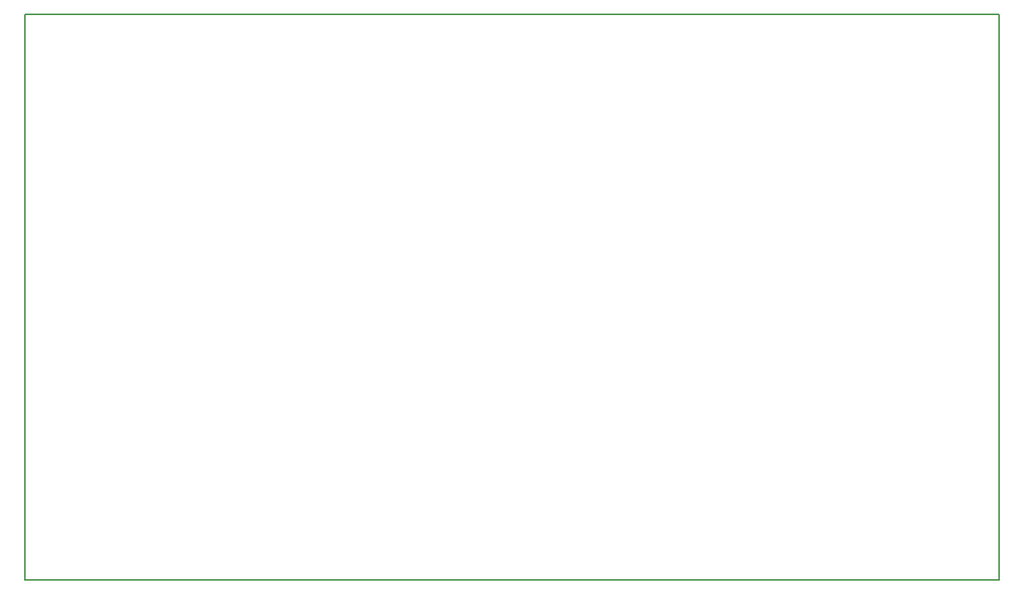
<source format=gm1>
G04 #@! TF.FileFunction,Profile,NP*
%FSLAX46Y46*%
G04 Gerber Fmt 4.6, Leading zero omitted, Abs format (unit mm)*
G04 Created by KiCad (PCBNEW 4.0.7) date 07/22/18 16:04:12*
%MOMM*%
%LPD*%
G01*
G04 APERTURE LIST*
%ADD10C,0.100000*%
%ADD11C,0.150000*%
G04 APERTURE END LIST*
D10*
D11*
X228600000Y-66040000D02*
X119380000Y-66040000D01*
X228600000Y-129540000D02*
X228600000Y-66040000D01*
X119380000Y-129540000D02*
X228600000Y-129540000D01*
X119380000Y-66040000D02*
X119380000Y-129540000D01*
M02*

</source>
